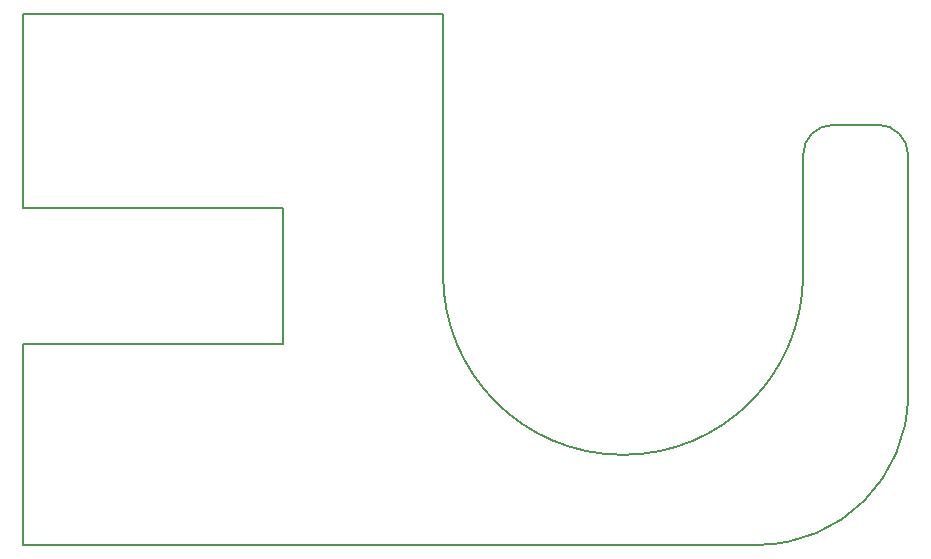
<source format=gm1>
G04 #@! TF.FileFunction,Profile,NP*
%FSLAX46Y46*%
G04 Gerber Fmt 4.6, Leading zero omitted, Abs format (unit mm)*
G04 Created by KiCad (PCBNEW 4.0.6) date 08/22/17 00:05:49*
%MOMM*%
%LPD*%
G01*
G04 APERTURE LIST*
%ADD10C,0.100000*%
%ADD11C,0.150000*%
G04 APERTURE END LIST*
D10*
D11*
X62230000Y0D02*
G75*
G03X74930000Y12700000I0J12700000D01*
G01*
X74930000Y33020000D02*
G75*
G03X72390000Y35560000I-2540000J0D01*
G01*
X68580000Y35560000D02*
G75*
G03X66040000Y33020000I0J-2540000D01*
G01*
X0Y28500000D02*
X0Y44958000D01*
X0Y0D02*
X0Y17000000D01*
X72390000Y35560000D02*
X68580000Y35560000D01*
X35560000Y44958000D02*
X0Y44958000D01*
X66040000Y22860000D02*
X66040000Y33020000D01*
X35560000Y22860000D02*
X35560000Y44958000D01*
X35560000Y22860000D02*
G75*
G03X66040000Y22860000I15240000J0D01*
G01*
X74930000Y12700000D02*
X74930000Y33020000D01*
X0Y0D02*
X62230000Y0D01*
X22000000Y17000000D02*
X0Y17000000D01*
X22000000Y28500000D02*
X22000000Y17000000D01*
X0Y28500000D02*
X22000000Y28500000D01*
M02*

</source>
